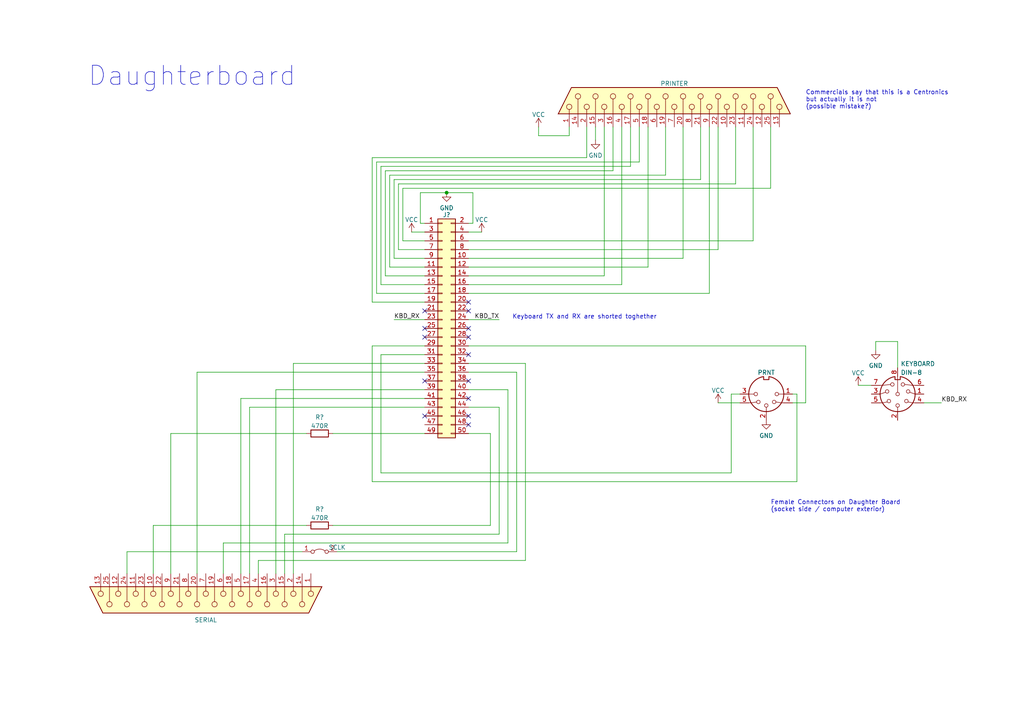
<source format=kicad_sch>
(kicad_sch (version 20230121) (generator eeschema)
  (paper "A4")
  (title_block (title "Daughter Board") (date "2023-02-26"))
  (lib_symbols
    (symbol "Connector:DB25_Female" (pin_names (offset 1.016) hide)
      (property "Reference" "J" (at 0 34.29 0))
      (property "Value" "DB25_Female" (at 0 -34.925 0))
      (symbol "DB25_Female_0_1"
        (circle (center -1.778 -30.48) (radius 0.762))
        (circle (center -1.778 -25.4) (radius 0.762))
        (circle (center -1.778 -20.32) (radius 0.762))
        (circle (center -1.778 -15.24) (radius 0.762))
        (circle (center -1.778 -10.16) (radius 0.762))
        (circle (center -1.778 -5.08) (radius 0.762))
        (circle (center -1.778 0) (radius 0.762))
        (circle (center -1.778 5.08) (radius 0.762))
        (circle (center -1.778 10.16) (radius 0.762))
        (circle (center -1.778 15.24) (radius 0.762))
        (circle (center -1.778 20.32) (radius 0.762))
        (circle (center -1.778 25.4) (radius 0.762))
        (circle (center -1.778 30.48) (radius 0.762))
        (polyline (pts (xy -3.81 -30.48) (xy -2.54 -30.48)))
        (polyline (pts (xy -3.81 -27.94) (xy 0.508 -27.94)))
        (polyline (pts (xy -3.81 -25.4) (xy -2.54 -25.4)))
        (polyline (pts (xy -3.81 -22.86) (xy 0.508 -22.86)))
        (polyline (pts (xy -3.81 -20.32) (xy -2.54 -20.32)))
        (polyline (pts (xy -3.81 -17.78) (xy 0.508 -17.78)))
        (polyline (pts (xy -3.81 -15.24) (xy -2.54 -15.24)))
        (polyline (pts (xy -3.81 -12.7) (xy 0.508 -12.7)))
        (polyline (pts (xy -3.81 -10.16) (xy -2.54 -10.16)))
        (polyline (pts (xy -3.81 -7.62) (xy 0.508 -7.62)))
        (polyline (pts (xy -3.81 -5.08) (xy -2.54 -5.08)))
        (polyline (pts (xy -3.81 -2.54) (xy 0.508 -2.54)))
        (polyline (pts (xy -3.81 0) (xy -2.54 0)))
        (polyline (pts (xy -3.81 2.54) (xy 0.508 2.54)))
        (polyline (pts (xy -3.81 5.08) (xy -2.54 5.08)))
        (polyline (pts (xy -3.81 7.62) (xy 0.508 7.62)))
        (polyline (pts (xy -3.81 10.16) (xy -2.54 10.16)))
        (polyline (pts (xy -3.81 12.7) (xy 0.508 12.7)))
        (polyline (pts (xy -3.81 15.24) (xy -2.54 15.24)))
        (polyline (pts (xy -3.81 17.78) (xy 0.508 17.78)))
        (polyline (pts (xy -3.81 20.32) (xy -2.54 20.32)))
        (polyline (pts (xy -3.81 22.86) (xy 0.508 22.86)))
        (polyline (pts (xy -3.81 25.4) (xy -2.54 25.4)))
        (polyline (pts (xy -3.81 27.94) (xy 0.508 27.94)))
        (polyline (pts (xy -3.81 30.48) (xy -2.54 30.48)))
        (polyline (pts (xy -3.81 33.655) (xy 3.81 29.845) (xy 3.81 -29.845) (xy -3.81 -33.655) (xy -3.81 33.655)) (stroke (width 0.254)) (fill (type background)))
        (circle (center 1.27 -27.94) (radius 0.762))
        (circle (center 1.27 -22.86) (radius 0.762))
        (circle (center 1.27 -17.78) (radius 0.762))
        (circle (center 1.27 -12.7) (radius 0.762))
        (circle (center 1.27 -7.62) (radius 0.762))
        (circle (center 1.27 -2.54) (radius 0.762))
        (circle (center 1.27 2.54) (radius 0.762))
        (circle (center 1.27 7.62) (radius 0.762))
        (circle (center 1.27 12.7) (radius 0.762))
        (circle (center 1.27 17.78) (radius 0.762))
        (circle (center 1.27 22.86) (radius 0.762))
        (circle (center 1.27 27.94) (radius 0.762))
      )
      (symbol "DB25_Female_1_1"
        (pin passive line (at -7.62 30.48 0) (length 3.81) (name "1") (number "1"))
        (pin passive line (at -7.62 -15.24 0) (length 3.81) (name "10") (number "10"))
        (pin passive line (at -7.62 -20.32 0) (length 3.81) (name "11") (number "11"))
        (pin passive line (at -7.62 -25.4 0) (length 3.81) (name "12") (number "12"))
        (pin passive line (at -7.62 -30.48 0) (length 3.81) (name "13") (number "13"))
        (pin passive line (at -7.62 27.94 0) (length 3.81) (name "P14") (number "14"))
        (pin passive line (at -7.62 22.86 0) (length 3.81) (name "P15") (number "15"))
        (pin passive line (at -7.62 17.78 0) (length 3.81) (name "P16") (number "16"))
        (pin passive line (at -7.62 12.7 0) (length 3.81) (name "P17") (number "17"))
        (pin passive line (at -7.62 7.62 0) (length 3.81) (name "P18") (number "18"))
        (pin passive line (at -7.62 2.54 0) (length 3.81) (name "P19") (number "19"))
        (pin passive line (at -7.62 25.4 0) (length 3.81) (name "2") (number "2"))
        (pin passive line (at -7.62 -2.54 0) (length 3.81) (name "P20") (number "20"))
        (pin passive line (at -7.62 -7.62 0) (length 3.81) (name "P21") (number "21"))
        (pin passive line (at -7.62 -12.7 0) (length 3.81) (name "P22") (number "22"))
        (pin passive line (at -7.62 -17.78 0) (length 3.81) (name "P23") (number "23"))
        (pin passive line (at -7.62 -22.86 0) (length 3.81) (name "P24") (number "24"))
        (pin passive line (at -7.62 -27.94 0) (length 3.81) (name "P25") (number "25"))
        (pin passive line (at -7.62 20.32 0) (length 3.81) (name "3") (number "3"))
        (pin passive line (at -7.62 15.24 0) (length 3.81) (name "4") (number "4"))
        (pin passive line (at -7.62 10.16 0) (length 3.81) (name "5") (number "5"))
        (pin passive line (at -7.62 5.08 0) (length 3.81) (name "6") (number "6"))
        (pin passive line (at -7.62 0 0) (length 3.81) (name "7") (number "7"))
        (pin passive line (at -7.62 -5.08 0) (length 3.81) (name "8") (number "8"))
        (pin passive line (at -7.62 -10.16 0) (length 3.81) (name "9") (number "9"))
      )
    )
    (symbol "Connector:DIN-5_180degree" (pin_names (offset 1.016))
      (property "Reference" "J" (at 3.175 5.715 0))
      (property "Value" "DIN-5_180degree" (at 0 -6.35 0))
      (symbol "DIN-5_180degree_0_1"
        (arc (start -5.08 0) (mid -3.8609 -3.3364) (end -0.762 -5.08) (stroke (width 0.254)))
        (circle (center -3.048 0) (radius 0.508))
        (circle (center -2.286 2.286) (radius 0.508))
        (polyline (pts (xy -5.08 0) (xy -3.556 0)))
        (polyline (pts (xy 0 5.08) (xy 0 3.81)))
        (polyline (pts (xy 5.08 0) (xy 3.556 0)))
        (polyline (pts (xy -5.08 2.54) (xy -4.318 2.54) (xy -2.794 2.286)))
        (polyline (pts (xy 5.08 2.54) (xy 4.318 2.54) (xy 2.794 2.286)))
        (polyline (pts (xy -0.762 -4.953) (xy -0.762 -4.191) (xy 0.762 -4.191) (xy 0.762 -4.953)) (stroke (width 0.254)))
        (circle (center 0 3.302) (radius 0.508))
        (arc (start 0.762 -5.08) (mid 3.8685 -3.343) (end 5.08 0) (stroke (width 0.254)))
        (circle (center 2.286 2.286) (radius 0.508))
        (circle (center 3.048 0) (radius 0.508))
        (arc (start 5.08 0) (mid 0 5.0579) (end -5.08 0) (stroke (width 0.254)))
      )
      (symbol "DIN-5_180degree_1_1"
        (pin passive line (at -7.62 0 0) (length 2.54) (name "~") (number "1"))
        (pin passive line (at 0 7.62 270) (length 2.54) (name "~") (number "2"))
        (pin passive line (at 7.62 0 180) (length 2.54) (name "~") (number "3"))
        (pin passive line (at -7.62 2.54 0) (length 2.54) (name "~") (number "4"))
        (pin passive line (at 7.62 2.54 180) (length 2.54) (name "~") (number "5"))
      )
    )
    (symbol "Connector:DIN-8" (pin_names (offset 1.016))
      (property "Reference" "J" (at 3.175 5.715 0))
      (property "Value" "DIN-8" (at 2.032 -5.842 0))
      (symbol "DIN-8_0_1"
        (arc (start -5.08 0) (mid -3.8609 -3.3364) (end -0.762 -5.08) (stroke (width 0.254)))
        (circle (center -3.048 -0.762) (radius 0.508))
        (circle (center -2.54 2.032) (radius 0.508))
        (circle (center -1.524 -2.794) (radius 0.508))
        (polyline (pts (xy -5.08 0) (xy -3.556 -0.508)))
        (polyline (pts (xy 0 -0.508) (xy 0 -5.08)))
        (polyline (pts (xy 0 5.08) (xy 0 3.81)))
        (polyline (pts (xy 5.08 0) (xy 3.556 -0.508)))
        (polyline (pts (xy -5.08 -2.54) (xy -4.318 -2.54) (xy -2.032 -2.794)))
        (polyline (pts (xy -5.08 2.54) (xy -4.318 2.54) (xy -3.048 2.286)))
        (polyline (pts (xy 5.08 -2.54) (xy 4.318 -2.54) (xy 2.032 -2.794)))
        (polyline (pts (xy 5.08 2.54) (xy 4.318 2.54) (xy 3.048 2.286)))
        (polyline (pts (xy -0.762 -4.953) (xy -0.762 -4.191) (xy 0.762 -4.191) (xy 0.762 -4.953)) (stroke (width 0.254)))
        (circle (center 0 0) (radius 0.508))
        (circle (center 0 3.302) (radius 0.508))
        (arc (start 0.762 -5.08) (mid 3.8685 -3.343) (end 5.08 0) (stroke (width 0.254)))
        (circle (center 1.524 -2.794) (radius 0.508))
        (circle (center 2.54 2.032) (radius 0.508))
        (circle (center 3.048 -0.762) (radius 0.508))
        (arc (start 5.08 0) (mid 0 5.0579) (end -5.08 0) (stroke (width 0.254)))
      )
      (symbol "DIN-8_1_1"
        (pin passive line (at -7.62 0 0) (length 2.54) (name "~") (number "1"))
        (pin passive line (at 0 7.62 270) (length 2.54) (name "~") (number "2"))
        (pin passive line (at 7.62 0 180) (length 2.54) (name "~") (number "3"))
        (pin passive line (at -7.62 2.54 0) (length 2.54) (name "~") (number "4"))
        (pin passive line (at 7.62 2.54 180) (length 2.54) (name "~") (number "5"))
        (pin passive line (at -7.62 -2.54 0) (length 2.54) (name "~") (number "6"))
        (pin passive line (at 7.62 -2.54 180) (length 2.54) (name "~") (number "7"))
        (pin passive line (at 0 -7.62 90) (length 2.54) (name "~") (number "8"))
      )
    )
    (symbol "Connector_Generic:Conn_02x25_Odd_Even" (pin_names (offset 1.016) hide)
      (property "Reference" "J" (at 1.27 33.02 0))
      (property "Value" "Conn_02x25_Odd_Even" (at 1.27 -33.02 0))
      (symbol "Conn_02x25_Odd_Even_1_1"
        (rectangle (start -1.27 -30.353) (end 0 -30.607) (stroke (width 0.1524)))
        (rectangle (start -1.27 -27.813) (end 0 -28.067) (stroke (width 0.1524)))
        (rectangle (start -1.27 -25.273) (end 0 -25.527) (stroke (width 0.1524)))
        (rectangle (start -1.27 -22.733) (end 0 -22.987) (stroke (width 0.1524)))
        (rectangle (start -1.27 -20.193) (end 0 -20.447) (stroke (width 0.1524)))
        (rectangle (start -1.27 -17.653) (end 0 -17.907) (stroke (width 0.1524)))
        (rectangle (start -1.27 -15.113) (end 0 -15.367) (stroke (width 0.1524)))
        (rectangle (start -1.27 -12.573) (end 0 -12.827) (stroke (width 0.1524)))
        (rectangle (start -1.27 -10.033) (end 0 -10.287) (stroke (width 0.1524)))
        (rectangle (start -1.27 -7.493) (end 0 -7.747) (stroke (width 0.1524)))
        (rectangle (start -1.27 -4.953) (end 0 -5.207) (stroke (width 0.1524)))
        (rectangle (start -1.27 -2.413) (end 0 -2.667) (stroke (width 0.1524)))
        (rectangle (start -1.27 0.127) (end 0 -0.127) (stroke (width 0.1524)))
        (rectangle (start -1.27 2.667) (end 0 2.413) (stroke (width 0.1524)))
        (rectangle (start -1.27 5.207) (end 0 4.953) (stroke (width 0.1524)))
        (rectangle (start -1.27 7.747) (end 0 7.493) (stroke (width 0.1524)))
        (rectangle (start -1.27 10.287) (end 0 10.033) (stroke (width 0.1524)))
        (rectangle (start -1.27 12.827) (end 0 12.573) (stroke (width 0.1524)))
        (rectangle (start -1.27 15.367) (end 0 15.113) (stroke (width 0.1524)))
        (rectangle (start -1.27 17.907) (end 0 17.653) (stroke (width 0.1524)))
        (rectangle (start -1.27 20.447) (end 0 20.193) (stroke (width 0.1524)))
        (rectangle (start -1.27 22.987) (end 0 22.733) (stroke (width 0.1524)))
        (rectangle (start -1.27 25.527) (end 0 25.273) (stroke (width 0.1524)))
        (rectangle (start -1.27 28.067) (end 0 27.813) (stroke (width 0.1524)))
        (rectangle (start -1.27 30.607) (end 0 30.353) (stroke (width 0.1524)))
        (rectangle (start -1.27 31.75) (end 3.81 -31.75) (stroke (width 0.254)) (fill (type background)))
        (rectangle (start 3.81 -30.353) (end 2.54 -30.607) (stroke (width 0.1524)))
        (rectangle (start 3.81 -27.813) (end 2.54 -28.067) (stroke (width 0.1524)))
        (rectangle (start 3.81 -25.273) (end 2.54 -25.527) (stroke (width 0.1524)))
        (rectangle (start 3.81 -22.733) (end 2.54 -22.987) (stroke (width 0.1524)))
        (rectangle (start 3.81 -20.193) (end 2.54 -20.447) (stroke (width 0.1524)))
        (rectangle (start 3.81 -17.653) (end 2.54 -17.907) (stroke (width 0.1524)))
        (rectangle (start 3.81 -15.113) (end 2.54 -15.367) (stroke (width 0.1524)))
        (rectangle (start 3.81 -12.573) (end 2.54 -12.827) (stroke (width 0.1524)))
        (rectangle (start 3.81 -10.033) (end 2.54 -10.287) (stroke (width 0.1524)))
        (rectangle (start 3.81 -7.493) (end 2.54 -7.747) (stroke (width 0.1524)))
        (rectangle (start 3.81 -4.953) (end 2.54 -5.207) (stroke (width 0.1524)))
        (rectangle (start 3.81 -2.413) (end 2.54 -2.667) (stroke (width 0.1524)))
        (rectangle (start 3.81 0.127) (end 2.54 -0.127) (stroke (width 0.1524)))
        (rectangle (start 3.81 2.667) (end 2.54 2.413) (stroke (width 0.1524)))
        (rectangle (start 3.81 5.207) (end 2.54 4.953) (stroke (width 0.1524)))
        (rectangle (start 3.81 7.747) (end 2.54 7.493) (stroke (width 0.1524)))
        (rectangle (start 3.81 10.287) (end 2.54 10.033) (stroke (width 0.1524)))
        (rectangle (start 3.81 12.827) (end 2.54 12.573) (stroke (width 0.1524)))
        (rectangle (start 3.81 15.367) (end 2.54 15.113) (stroke (width 0.1524)))
        (rectangle (start 3.81 17.907) (end 2.54 17.653) (stroke (width 0.1524)))
        (rectangle (start 3.81 20.447) (end 2.54 20.193) (stroke (width 0.1524)))
        (rectangle (start 3.81 22.987) (end 2.54 22.733) (stroke (width 0.1524)))
        (rectangle (start 3.81 25.527) (end 2.54 25.273) (stroke (width 0.1524)))
        (rectangle (start 3.81 28.067) (end 2.54 27.813) (stroke (width 0.1524)))
        (rectangle (start 3.81 30.607) (end 2.54 30.353) (stroke (width 0.1524)))
        (pin passive line (at -5.08 30.48 0) (length 3.81) (name "Pin_1") (number "1"))
        (pin passive line (at 7.62 20.32 180) (length 3.81) (name "Pin_10") (number "10"))
        (pin passive line (at -5.08 17.78 0) (length 3.81) (name "Pin_11") (number "11"))
        (pin passive line (at 7.62 17.78 180) (length 3.81) (name "Pin_12") (number "12"))
        (pin passive line (at -5.08 15.24 0) (length 3.81) (name "Pin_13") (number "13"))
        (pin passive line (at 7.62 15.24 180) (length 3.81) (name "Pin_14") (number "14"))
        (pin passive line (at -5.08 12.7 0) (length 3.81) (name "Pin_15") (number "15"))
        (pin passive line (at 7.62 12.7 180) (length 3.81) (name "Pin_16") (number "16"))
        (pin passive line (at -5.08 10.16 0) (length 3.81) (name "Pin_17") (number "17"))
        (pin passive line (at 7.62 10.16 180) (length 3.81) (name "Pin_18") (number "18"))
        (pin passive line (at -5.08 7.62 0) (length 3.81) (name "Pin_19") (number "19"))
        (pin passive line (at 7.62 30.48 180) (length 3.81) (name "Pin_2") (number "2"))
        (pin passive line (at 7.62 7.62 180) (length 3.81) (name "Pin_20") (number "20"))
        (pin passive line (at -5.08 5.08 0) (length 3.81) (name "Pin_21") (number "21"))
        (pin passive line (at 7.62 5.08 180) (length 3.81) (name "Pin_22") (number "22"))
        (pin passive line (at -5.08 2.54 0) (length 3.81) (name "Pin_23") (number "23"))
        (pin passive line (at 7.62 2.54 180) (length 3.81) (name "Pin_24") (number "24"))
        (pin passive line (at -5.08 0 0) (length 3.81) (name "Pin_25") (number "25"))
        (pin passive line (at 7.62 0 180) (length 3.81) (name "Pin_26") (number "26"))
        (pin passive line (at -5.08 -2.54 0) (length 3.81) (name "Pin_27") (number "27"))
        (pin passive line (at 7.62 -2.54 180) (length 3.81) (name "Pin_28") (number "28"))
        (pin passive line (at -5.08 -5.08 0) (length 3.81) (name "Pin_29") (number "29"))
        (pin passive line (at -5.08 27.94 0) (length 3.81) (name "Pin_3") (number "3"))
        (pin passive line (at 7.62 -5.08 180) (length 3.81) (name "Pin_30") (number "30"))
        (pin passive line (at -5.08 -7.62 0) (length 3.81) (name "Pin_31") (number "31"))
        (pin passive line (at 7.62 -7.62 180) (length 3.81) (name "Pin_32") (number "32"))
        (pin passive line (at -5.08 -10.16 0) (length 3.81) (name "Pin_33") (number "33"))
        (pin passive line (at 7.62 -10.16 180) (length 3.81) (name "Pin_34") (number "34"))
        (pin passive line (at -5.08 -12.7 0) (length 3.81) (name "Pin_35") (number "35"))
        (pin passive line (at 7.62 -12.7 180) (length 3.81) (name "Pin_36") (number "36"))
        (pin passive line (at -5.08 -15.24 0) (length 3.81) (name "Pin_37") (number "37"))
        (pin passive line (at 7.62 -15.24 180) (length 3.81) (name "Pin_38") (number "38"))
        (pin passive line (at -5.08 -17.78 0) (length 3.81) (name "Pin_39") (number "39"))
        (pin passive line (at 7.62 27.94 180) (length 3.81) (name "Pin_4") (number "4"))
        (pin passive line (at 7.62 -17.78 180) (length 3.81) (name "Pin_40") (number "40"))
        (pin passive line (at -5.08 -20.32 0) (length 3.81) (name "Pin_41") (number "41"))
        (pin passive line (at 7.62 -20.32 180) (length 3.81) (name "Pin_42") (number "42"))
        (pin passive line (at -5.08 -22.86 0) (length 3.81) (name "Pin_43") (number "43"))
        (pin passive line (at 7.62 -22.86 180) (length 3.81) (name "Pin_44") (number "44"))
        (pin passive line (at -5.08 -25.4 0) (length 3.81) (name "Pin_45") (number "45"))
        (pin passive line (at 7.62 -25.4 180) (length 3.81) (name "Pin_46") (number "46"))
        (pin passive line (at -5.08 -27.94 0) (length 3.81) (name "Pin_47") (number "47"))
        (pin passive line (at 7.62 -27.94 180) (length 3.81) (name "Pin_48") (number "48"))
        (pin passive line (at -5.08 -30.48 0) (length 3.81) (name "Pin_49") (number "49"))
        (pin passive line (at -5.08 25.4 0) (length 3.81) (name "Pin_5") (number "5"))
        (pin passive line (at 7.62 -30.48 180) (length 3.81) (name "Pin_50") (number "50"))
        (pin passive line (at 7.62 25.4 180) (length 3.81) (name "Pin_6") (number "6"))
        (pin passive line (at -5.08 22.86 0) (length 3.81) (name "Pin_7") (number "7"))
        (pin passive line (at 7.62 22.86 180) (length 3.81) (name "Pin_8") (number "8"))
        (pin passive line (at -5.08 20.32 0) (length 3.81) (name "Pin_9") (number "9"))
      )
    )
    (symbol "Device:R" (pin_numbers hide) (pin_names (offset 0))
      (property "Reference" "R" (at 2.032 0 90))
      (property "Value" "R" (at 0 0 90))
      (symbol "R_0_1"
        (rectangle (start -1.016 -2.54) (end 1.016 2.54) (stroke (width 0.254)))
      )
      (symbol "R_1_1"
        (pin passive line (at 0 3.81 270) (length 1.27) (name "~") (number "1"))
        (pin passive line (at 0 -3.81 90) (length 1.27) (name "~") (number "2"))
      )
    )
    (symbol "Jumper:Jumper_2_Bridged" (pin_names (offset 0) hide)
      (property "Reference" "JP" (at 0 1.905 0))
      (property "Value" "Jumper_2_Bridged" (at 0 -2.54 0))
      (symbol "Jumper_2_Bridged_0_0"
        (circle (center -2.032 0) (radius 0.508))
        (circle (center 2.032 0) (radius 0.508))
      )
      (symbol "Jumper_2_Bridged_0_1"
        (arc (start 1.524 0.254) (mid 0 0.762) (end -1.524 0.254))
      )
      (symbol "Jumper_2_Bridged_1_1"
        (pin passive line (at -5.08 0 0) (length 2.54) (name "A") (number "1"))
        (pin passive line (at 5.08 0 180) (length 2.54) (name "B") (number "2"))
      )
    )
    (symbol "power:GND" (power) (pin_names (offset 0))
      (property "Value" "GND" (at 0 -3.81 0))
      (symbol "GND_0_1"
        (polyline (pts (xy 0 0) (xy 0 -1.27) (xy 1.27 -1.27) (xy 0 -2.54) (xy -1.27 -1.27) (xy 0 -1.27)))
      )
      (symbol "GND_1_1"
        (pin power_in line (at 0 0 270) (length 0) hide (name "GND") (number "1"))
      )
    )
    (symbol "power:VCC" (power) (pin_names (offset 0))
      (property "Value" "VCC" (at 0 3.81 0))
      (symbol "VCC_0_1"
        (polyline (pts (xy -0.762 1.27) (xy 0 2.54)))
        (polyline (pts (xy 0 0) (xy 0 2.54)))
        (polyline (pts (xy 0 2.54) (xy 0.762 1.27)))
      )
      (symbol "VCC_1_1"
        (pin power_in line (at 0 0 90) (length 0) hide (name "VCC") (number "1"))
      )
    )
  )
  (junction (at 129.54 55.88))
  (no_connect (at 135.89 87.63))
  (no_connect (at 123.19 110.49))
  (no_connect (at 123.19 120.65))
  (no_connect (at 123.19 90.17))
  (no_connect (at 135.89 110.49))
  (no_connect (at 135.89 120.65))
  (no_connect (at 123.19 95.25))
  (no_connect (at 135.89 115.57))
  (no_connect (at 135.89 102.87))
  (no_connect (at 135.89 123.19))
  (no_connect (at 123.19 97.79))
  (no_connect (at 135.89 90.17))
  (no_connect (at 135.89 95.25))
  (no_connect (at 135.89 97.79))
  (wire (pts (xy 156.21 39.37) (xy 165.1 39.37)))
  (wire (pts (xy 82.55 154.94) (xy 82.55 166.37)))
  (wire (pts (xy 69.85 115.57) (xy 69.85 166.37)))
  (wire (pts (xy 114.3 52.07) (xy 203.2 52.07)))
  (wire (pts (xy 135.89 72.39) (xy 208.28 72.39)))
  (wire (pts (xy 135.89 69.85) (xy 218.44 69.85)))
  (wire (pts (xy 123.19 107.95) (xy 57.15 107.95)))
  (wire (pts (xy 193.04 50.8) (xy 193.04 36.83)))
  (wire (pts (xy 212.09 137.16) (xy 212.09 114.3)))
  (wire (pts (xy 121.92 55.88) (xy 129.54 55.88)))
  (wire (pts (xy 147.32 157.48) (xy 64.77 157.48)))
  (wire (pts (xy 135.89 80.01) (xy 175.26 80.01)))
  (wire (pts (xy 123.19 105.41) (xy 85.09 105.41)))
  (wire (pts (xy 116.84 54.61) (xy 223.52 54.61)))
  (wire (pts (xy 123.19 74.93) (xy 114.3 74.93)))
  (wire (pts (xy 248.92 111.76) (xy 252.73 111.76)))
  (wire (pts (xy 208.28 72.39) (xy 208.28 36.83)))
  (wire (pts (xy 110.49 102.87) (xy 110.49 137.16)))
  (wire (pts (xy 123.19 85.09) (xy 109.22 85.09)))
  (wire (pts (xy 115.57 53.34) (xy 213.36 53.34)))
  (wire (pts (xy 123.19 125.73) (xy 96.52 125.73)))
  (wire (pts (xy 233.68 116.84) (xy 229.87 116.84)))
  (wire (pts (xy 109.22 85.09) (xy 109.22 46.99)))
  (wire (pts (xy 135.89 118.11) (xy 144.78 118.11)))
  (wire (pts (xy 110.49 137.16) (xy 212.09 137.16)))
  (wire (pts (xy 187.96 77.47) (xy 187.96 36.83)))
  (wire (pts (xy 123.19 118.11) (xy 72.39 118.11)))
  (wire (pts (xy 80.01 113.03) (xy 80.01 166.37)))
  (wire (pts (xy 74.93 162.56) (xy 152.4 162.56)))
  (wire (pts (xy 175.26 80.01) (xy 175.26 36.83)))
  (wire (pts (xy 107.95 87.63) (xy 107.95 45.72)))
  (wire (pts (xy 149.86 160.02) (xy 97.79 160.02)))
  (wire (pts (xy 88.9 125.73) (xy 49.53 125.73)))
  (wire (pts (xy 147.32 113.03) (xy 147.32 157.48)))
  (wire (pts (xy 144.78 118.11) (xy 144.78 154.94)))
  (wire (pts (xy 72.39 118.11) (xy 72.39 166.37)))
  (wire (pts (xy 123.19 64.77) (xy 121.92 64.77)))
  (wire (pts (xy 267.97 116.84) (xy 273.05 116.84)))
  (wire (pts (xy 180.34 82.55) (xy 180.34 36.83)))
  (wire (pts (xy 218.44 69.85) (xy 218.44 36.83)))
  (wire (pts (xy 123.19 77.47) (xy 113.03 77.47)))
  (wire (pts (xy 185.42 46.99) (xy 185.42 36.83)))
  (wire (pts (xy 116.84 69.85) (xy 116.84 54.61)))
  (wire (pts (xy 198.12 74.93) (xy 198.12 36.83)))
  (wire (pts (xy 123.19 87.63) (xy 107.95 87.63)))
  (wire (pts (xy 213.36 53.34) (xy 213.36 36.83)))
  (wire (pts (xy 212.09 114.3) (xy 214.63 114.3)))
  (wire (pts (xy 123.19 82.55) (xy 110.49 82.55)))
  (wire (pts (xy 135.89 85.09) (xy 205.74 85.09)))
  (wire (pts (xy 208.28 116.84) (xy 214.63 116.84)))
  (wire (pts (xy 123.19 115.57) (xy 69.85 115.57)))
  (wire (pts (xy 135.89 113.03) (xy 147.32 113.03)))
  (wire (pts (xy 107.95 45.72) (xy 170.18 45.72)))
  (wire (pts (xy 113.03 77.47) (xy 113.03 50.8)))
  (wire (pts (xy 123.19 69.85) (xy 116.84 69.85)))
  (wire (pts (xy 182.88 48.26) (xy 182.88 36.83)))
  (wire (pts (xy 123.19 80.01) (xy 111.76 80.01)))
  (wire (pts (xy 203.2 52.07) (xy 203.2 36.83)))
  (wire (pts (xy 123.19 113.03) (xy 80.01 113.03)))
  (wire (pts (xy 135.89 100.33) (xy 233.68 100.33)))
  (wire (pts (xy 123.19 72.39) (xy 115.57 72.39)))
  (wire (pts (xy 87.63 160.02) (xy 36.83 160.02)))
  (wire (pts (xy 135.89 92.71) (xy 144.78 92.71)))
  (wire (pts (xy 113.03 50.8) (xy 193.04 50.8)))
  (wire (pts (xy 135.89 125.73) (xy 142.24 125.73)))
  (wire (pts (xy 137.16 55.88) (xy 137.16 64.77)))
  (wire (pts (xy 109.22 46.99) (xy 185.42 46.99)))
  (wire (pts (xy 205.74 85.09) (xy 205.74 36.83)))
  (wire (pts (xy 107.95 100.33) (xy 107.95 139.7)))
  (wire (pts (xy 57.15 107.95) (xy 57.15 166.37)))
  (wire (pts (xy 135.89 82.55) (xy 180.34 82.55)))
  (wire (pts (xy 110.49 82.55) (xy 110.49 48.26)))
  (wire (pts (xy 254 99.06) (xy 260.35 99.06)))
  (wire (pts (xy 231.14 114.3) (xy 229.87 114.3)))
  (wire (pts (xy 44.45 152.4) (xy 88.9 152.4)))
  (wire (pts (xy 152.4 105.41) (xy 152.4 162.56)))
  (wire (pts (xy 144.78 154.94) (xy 82.55 154.94)))
  (wire (pts (xy 135.89 107.95) (xy 149.86 107.95)))
  (wire (pts (xy 156.21 36.83) (xy 156.21 39.37)))
  (wire (pts (xy 135.89 105.41) (xy 152.4 105.41)))
  (wire (pts (xy 137.16 64.77) (xy 135.89 64.77)))
  (wire (pts (xy 231.14 139.7) (xy 231.14 114.3)))
  (wire (pts (xy 123.19 102.87) (xy 110.49 102.87)))
  (wire (pts (xy 223.52 54.61) (xy 223.52 36.83)))
  (wire (pts (xy 135.89 77.47) (xy 187.96 77.47)))
  (wire (pts (xy 129.54 55.88) (xy 137.16 55.88)))
  (wire (pts (xy 74.93 162.56) (xy 74.93 166.37)))
  (wire (pts (xy 260.35 99.06) (xy 260.35 106.68)))
  (wire (pts (xy 44.45 152.4) (xy 44.45 166.37)))
  (wire (pts (xy 123.19 100.33) (xy 107.95 100.33)))
  (wire (pts (xy 110.49 48.26) (xy 182.88 48.26)))
  (wire (pts (xy 111.76 80.01) (xy 111.76 49.53)))
  (wire (pts (xy 121.92 55.88) (xy 121.92 64.77)))
  (wire (pts (xy 107.95 139.7) (xy 231.14 139.7)))
  (wire (pts (xy 254 101.6) (xy 254 99.06)))
  (wire (pts (xy 49.53 125.73) (xy 49.53 166.37)))
  (wire (pts (xy 85.09 105.41) (xy 85.09 166.37)))
  (wire (pts (xy 177.8 49.53) (xy 177.8 36.83)))
  (wire (pts (xy 111.76 49.53) (xy 177.8 49.53)))
  (wire (pts (xy 233.68 100.33) (xy 233.68 116.84)))
  (wire (pts (xy 172.72 36.83) (xy 172.72 40.64)))
  (wire (pts (xy 135.89 67.31) (xy 139.7 67.31)))
  (wire (pts (xy 64.77 157.48) (xy 64.77 166.37)))
  (wire (pts (xy 36.83 160.02) (xy 36.83 166.37)))
  (wire (pts (xy 114.3 92.71) (xy 123.19 92.71)))
  (wire (pts (xy 114.3 74.93) (xy 114.3 52.07)))
  (wire (pts (xy 96.52 152.4) (xy 142.24 152.4)))
  (wire (pts (xy 149.86 107.95) (xy 149.86 160.02)))
  (wire (pts (xy 165.1 39.37) (xy 165.1 36.83)))
  (wire (pts (xy 119.38 67.31) (xy 123.19 67.31)))
  (wire (pts (xy 135.89 74.93) (xy 198.12 74.93)))
  (wire (pts (xy 170.18 45.72) (xy 170.18 36.83)))
  (wire (pts (xy 142.24 125.73) (xy 142.24 152.4)))
  (wire (pts (xy 115.57 72.39) (xy 115.57 53.34)))
  (text "Daughterboard" (at 25.4 25.4 0) (effects (font (size 5.54 5.54)) (justify left bottom)))
  (text "Keyboard TX and RX are shorted toghether" (at 148.59 92.71 0) (effects (font (size 1.27 1.27)) (justify left bottom)))
  (text "Female Connectors on Daughter Board\n(socket side / computer exterior)" (at 223.52 148.59 0) (effects (font (size 1.27 1.27)) (justify left bottom)))
  (text "Commercials say that this is a Centronics\nbut actually it is not\n(possible mistake?)" (at 233.68 31.75 0) (effects (font (size 1.27 1.27)) (justify left bottom)))
  (label "KBD_RX" (at 273.05 116.84 0))
  (label "KBD_TX" (at 144.78 92.71 180))
  (label "KBD_RX" (at 114.3 92.71 0))
  (symbol (lib_id "Connector:DIN-8") (at 260.35 114.3 180) (unit 1)
    (property "Reference" "KEYBOARD" (at 261.2389 105.5202 0) (effects (justify right)))
    (property "Value" "DIN-8" (at 261.2389 108.0571 0) (effects (justify right)))
    (property "Datasheet" "http://www.mouser.com/ds/2/18/40_c091_abd_e-75918.pdf" (effects hide))
  )
  (symbol (lib_id "Connector:DB25_Female") (at 195.58 29.21 90) (unit 1)
    (property "Reference" "PRINTER" (at 195.58 24.2372 90))
    (property "Value" "PRINTER" (effects hide))
    (property "Datasheet" " ~" (effects hide))
  )
  (symbol (lib_id "Connector_Generic:Conn_02x25_Odd_Even") (at 128.27 95.25 0) (unit 1)
    (property "Reference" "J?" (at 129.54 62.3372 0))
    (property "Value" "Conn_02x25_Odd_Even" (effects hide))
  )
  (symbol (lib_id "Jumper:Jumper_2_Bridged") (at 92.71 160.02 0) (unit 1)
    (property "Reference" "SCLK" (at 97.79 158.75 0))
    (property "Value" "Jumper_2_Bridged" (effects hide))
  )
  (symbol (lib_id "power:VCC") (at 208.28 116.84 0) (unit 1)
    (property "Reference" "#PWR?" (effects hide))
    (property "Value" "VCC" (at 208.28 113.2642 0))
  )
  (symbol (lib_id "power:GND") (at 222.25 121.92 0) (unit 1)
    (property "Reference" "#PWR?" (effects hide))
    (property "Value" "GND" (at 222.25 126.3634 0))
  )
  (symbol (lib_id "power:VCC") (at 119.38 67.31 0) (unit 1)
    (property "Reference" "#PWR?" (effects hide))
    (property "Value" "VCC" (at 119.38 63.7342 0))
  )
  (symbol (lib_id "power:GND") (at 129.54 55.88 0) (unit 1)
    (property "Reference" "#PWR?" (effects hide))
    (property "Value" "GND" (at 129.54 60.3234 0))
  )
  (symbol (lib_id "power:GND") (at 254 101.6 0) (unit 1)
    (property "Reference" "#PWR?" (effects hide))
    (property "Value" "GND" (at 254 106.0434 0))
  )
  (symbol (lib_id "power:VCC") (at 248.92 111.76 0) (unit 1)
    (property "Reference" "#PWR?" (effects hide))
    (property "Value" "VCC" (at 248.92 108.1842 0))
  )
  (symbol (lib_id "Connector:DB25_Female") (at 59.69 173.99 270) (unit 1)
    (property "Reference" "SERIAL" (at 59.69 179.8304 90))
    (property "Value" "DB25_Female" (effects hide))
    (property "Datasheet" " ~" (effects hide))
  )
  (symbol (lib_id "Device:R") (at 92.71 152.4 90) (unit 1)
    (property "Reference" "R?" (at 92.71 147.6842 90))
    (property "Value" "470R" (at 92.71 150.2211 90))
  )
  (symbol (lib_id "power:VCC") (at 156.21 36.83 0) (unit 1)
    (property "Reference" "#PWR?" (effects hide))
    (property "Value" "VCC" (at 156.21 33.2542 0))
  )
  (symbol (lib_id "Device:R") (at 92.71 125.73 90) (unit 1)
    (property "Reference" "R?" (at 92.71 121.0142 90))
    (property "Value" "470R" (at 92.71 123.5511 90))
  )
  (symbol (lib_id "power:GND") (at 172.72 40.64 0) (unit 1)
    (property "Reference" "#PWR?" (effects hide))
    (property "Value" "GND" (at 172.72 45.0834 0))
  )
  (symbol (lib_id "power:VCC") (at 139.7 67.31 0) (unit 1)
    (property "Reference" "#PWR?" (effects hide))
    (property "Value" "VCC" (at 139.7 63.7342 0))
  )
  (symbol (lib_id "Connector:DIN-5_180degree") (at 222.25 114.3 180) (unit 1)
    (property "Reference" "PRNT" (at 222.2499 108.0572 0))
    (property "Value" "DIN-5_180degree" (effects hide))
    (property "Datasheet" "http://www.mouser.com/ds/2/18/40_c091_abd_e-75918.pdf" (effects hide))
  )
)
</source>
